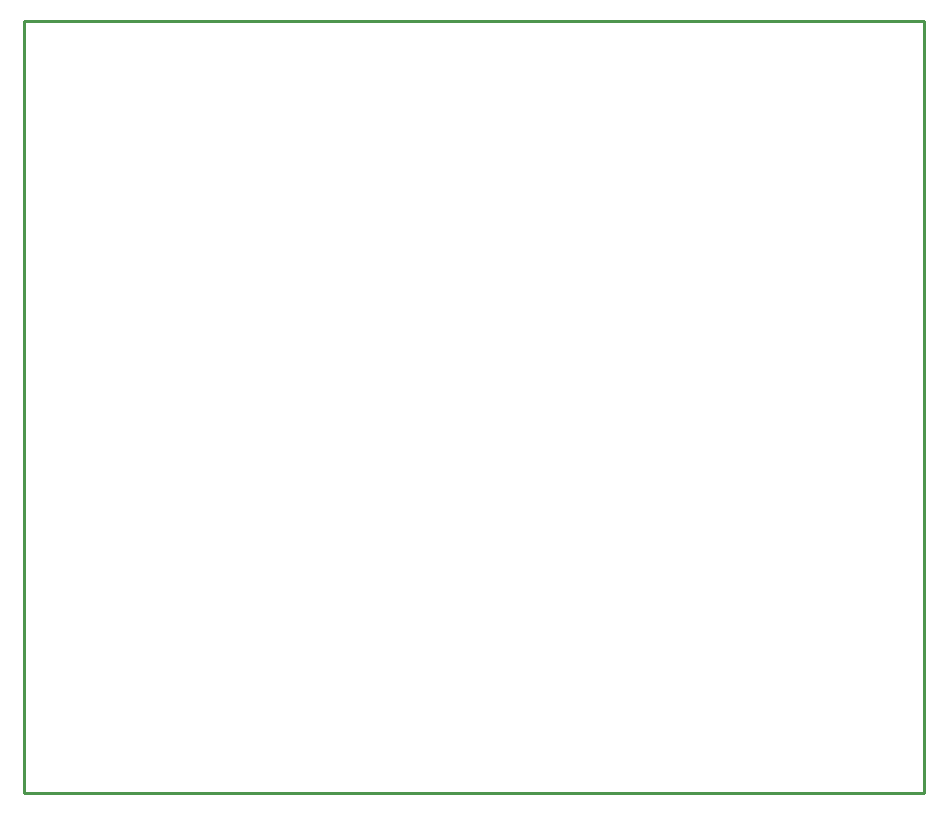
<source format=gbr>
G04 EAGLE Gerber RS-274X export*
G75*
%MOMM*%
%FSLAX34Y34*%
%LPD*%
%IN*%
%IPPOS*%
%AMOC8*
5,1,8,0,0,1.08239X$1,22.5*%
G01*
%ADD10C,0.254000*%


D10*
X0Y0D02*
X762000Y0D01*
X762000Y654050D01*
X0Y654050D01*
X0Y0D01*
M02*

</source>
